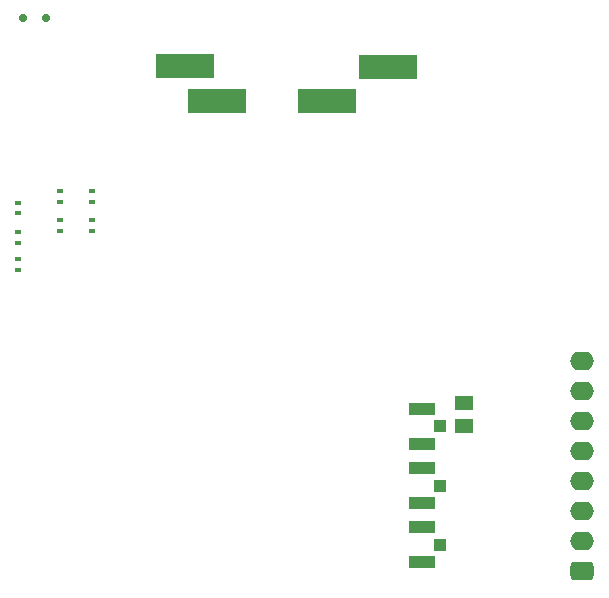
<source format=gbr>
G04*
G04 #@! TF.GenerationSoftware,Altium Limited,Altium Designer,25.8.1 (18)*
G04*
G04 Layer_Color=255*
%FSLAX25Y25*%
%MOIN*%
G70*
G04*
G04 #@! TF.SameCoordinates,505960B2-D5C5-487F-9968-D24D6DC54575*
G04*
G04*
G04 #@! TF.FilePolarity,Positive*
G04*
G01*
G75*
%ADD27R,0.06299X0.05118*%
%ADD29R,0.08661X0.04134*%
%ADD30R,0.02254X0.01438*%
%ADD34R,0.19685X0.07874*%
%ADD41R,0.04134X0.03937*%
%ADD46R,0.19685X0.07874*%
%ADD73C,0.02756*%
%ADD75O,0.07874X0.06299*%
G04:AMPARAMS|DCode=76|XSize=62.99mil|YSize=78.74mil|CornerRadius=15.75mil|HoleSize=0mil|Usage=FLASHONLY|Rotation=90.000|XOffset=0mil|YOffset=0mil|HoleType=Round|Shape=RoundedRectangle|*
%AMROUNDEDRECTD76*
21,1,0.06299,0.04724,0,0,90.0*
21,1,0.03150,0.07874,0,0,90.0*
1,1,0.03150,0.02362,0.01575*
1,1,0.03150,0.02362,-0.01575*
1,1,0.03150,-0.02362,-0.01575*
1,1,0.03150,-0.02362,0.01575*
%
%ADD76ROUNDEDRECTD76*%
D27*
X151575Y63189D02*
D03*
Y70669D02*
D03*
D29*
X137795Y68799D02*
D03*
Y49114D02*
D03*
Y29429D02*
D03*
Y37500D02*
D03*
Y57185D02*
D03*
Y17815D02*
D03*
D30*
X27559Y128134D02*
D03*
X16875D02*
D03*
X2953Y115157D02*
D03*
Y134039D02*
D03*
Y137614D02*
D03*
Y118732D02*
D03*
X27559Y131709D02*
D03*
X16875D02*
D03*
X27559Y137976D02*
D03*
Y141551D02*
D03*
X16875Y137976D02*
D03*
Y141551D02*
D03*
X2953Y124197D02*
D03*
Y127772D02*
D03*
D34*
X126390Y182852D02*
D03*
X69303Y171360D02*
D03*
D41*
X143799Y23622D02*
D03*
Y43307D02*
D03*
Y62992D02*
D03*
D46*
X105894Y171360D02*
D03*
X58650Y183289D02*
D03*
D73*
X12402Y199213D02*
D03*
X4528D02*
D03*
D75*
X190945Y84803D02*
D03*
Y24803D02*
D03*
Y74803D02*
D03*
Y64803D02*
D03*
Y44803D02*
D03*
Y54803D02*
D03*
Y34803D02*
D03*
D76*
Y14803D02*
D03*
M02*

</source>
